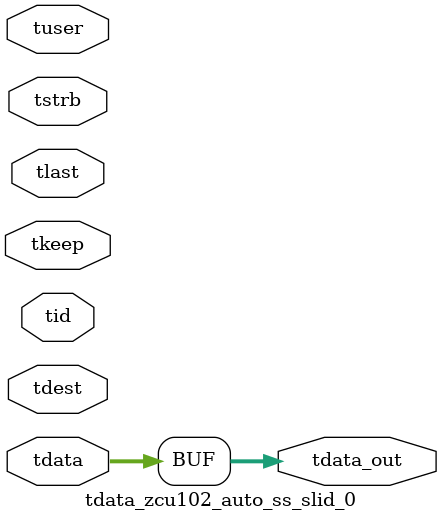
<source format=v>


`timescale 1ps/1ps

module tdata_zcu102_auto_ss_slid_0 #
(
parameter C_S_AXIS_TDATA_WIDTH = 32,
parameter C_S_AXIS_TUSER_WIDTH = 0,
parameter C_S_AXIS_TID_WIDTH   = 0,
parameter C_S_AXIS_TDEST_WIDTH = 0,
parameter C_M_AXIS_TDATA_WIDTH = 32
)
(
input  [(C_S_AXIS_TDATA_WIDTH == 0 ? 1 : C_S_AXIS_TDATA_WIDTH)-1:0     ] tdata,
input  [(C_S_AXIS_TUSER_WIDTH == 0 ? 1 : C_S_AXIS_TUSER_WIDTH)-1:0     ] tuser,
input  [(C_S_AXIS_TID_WIDTH   == 0 ? 1 : C_S_AXIS_TID_WIDTH)-1:0       ] tid,
input  [(C_S_AXIS_TDEST_WIDTH == 0 ? 1 : C_S_AXIS_TDEST_WIDTH)-1:0     ] tdest,
input  [(C_S_AXIS_TDATA_WIDTH/8)-1:0 ] tkeep,
input  [(C_S_AXIS_TDATA_WIDTH/8)-1:0 ] tstrb,
input                                                                    tlast,
output [C_M_AXIS_TDATA_WIDTH-1:0] tdata_out
);

assign tdata_out = {tdata[63:0]};

endmodule


</source>
